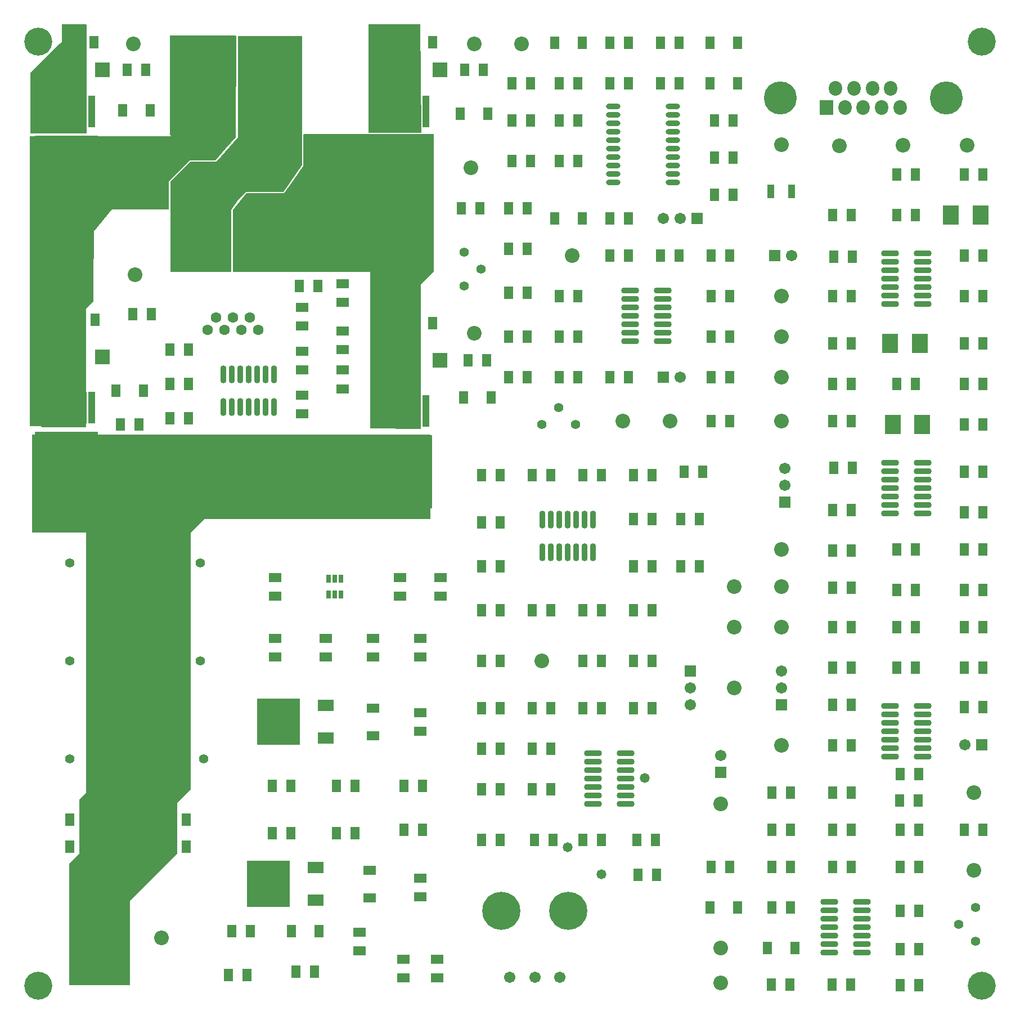
<source format=gts>
G04*
G04 #@! TF.GenerationSoftware,Altium Limited,Altium Designer,18.0.7 (293)*
G04*
G04 Layer_Color=8388736*
%FSLAX44Y44*%
%MOMM*%
G71*
G01*
G75*
%ADD35R,1.4732X1.9812*%
%ADD36R,0.7532X1.3032*%
%ADD37R,6.4262X6.9342*%
%ADD38R,2.4638X1.7272*%
%ADD39O,2.7032X0.9032*%
%ADD40O,0.9032X2.7032*%
%ADD41O,2.2032X0.8032*%
%ADD42R,1.0532X0.5032*%
%ADD43R,1.9812X1.4732*%
%ADD44R,9.6032X11.0032*%
%ADD45R,1.0032X4.8032*%
%ADD46R,1.3232X1.9232*%
%ADD47R,2.3622X2.9464*%
%ADD48R,1.9232X1.3232*%
%ADD49R,2.2032X2.2032*%
%ADD50O,2.0032X2.2032*%
%ADD51R,2.0032X2.2032*%
%ADD52C,4.9632*%
%ADD53C,2.2032*%
%ADD54C,1.4202*%
%ADD55R,3.9532X2.4532*%
%ADD56C,1.6032*%
%ADD57C,5.7232*%
%ADD58C,1.7032*%
%ADD59R,1.7032X1.7032*%
%ADD60R,1.7032X1.7032*%
%ADD61R,1.4032X1.4032*%
%ADD62C,1.4032*%
%ADD63C,4.2032*%
%ADD64C,0.8032*%
%ADD65C,1.4732*%
G36*
X616204Y1325372D02*
Y1322832D01*
X537210D01*
Y1486230D01*
X614786D01*
X616204Y1325372D01*
D02*
G37*
G36*
X112425Y1484895D02*
X112424Y1322070D01*
X28448Y1322070D01*
X27940Y1322578D01*
X27940Y1412240D01*
X38608Y1422908D01*
X71882Y1456182D01*
X75438Y1459738D01*
Y1485793D01*
X111527Y1485793D01*
X112425Y1484895D01*
D02*
G37*
G36*
X337818Y1467866D02*
X337818Y1467590D01*
X337566Y1315974D01*
X322326Y1298956D01*
X306324Y1281430D01*
X267716D01*
X236220Y1249172D01*
X236220Y1207770D01*
X151130D01*
X123832Y1174751D01*
X123698Y1160272D01*
X123190Y1105408D01*
X123190Y1069185D01*
X112092Y1058086D01*
Y880110D01*
X45212D01*
X44196Y881126D01*
X27178D01*
Y1317542D01*
X27686Y1317752D01*
X237061D01*
X238234Y1317752D01*
X239522Y1317752D01*
X239776Y1318006D01*
X238760Y1319022D01*
Y1319022D01*
X238760Y1319022D01*
X238506Y1320195D01*
Y1469136D01*
X336655D01*
X337818Y1467866D01*
D02*
G37*
G36*
X436880Y1274064D02*
X408813Y1233805D01*
X352679Y1233805D01*
X341503Y1222629D01*
X330200Y1206754D01*
Y1113028D01*
X238760D01*
Y1190498D01*
Y1249172D01*
X252603Y1263015D01*
X269293Y1279706D01*
X308665Y1279705D01*
X340360Y1315421D01*
X340360Y1468120D01*
X436880D01*
Y1274064D01*
D02*
G37*
G36*
X635000Y1320800D02*
Y1114044D01*
X632460Y1111504D01*
X615780Y1094825D01*
Y878228D01*
X614879Y877333D01*
X540004Y877824D01*
X539496Y878884D01*
Y1113028D01*
X332740D01*
Y1206668D01*
X352931Y1231771D01*
X366268Y1231771D01*
X380492Y1231771D01*
X409956Y1231770D01*
X423164Y1250950D01*
X438658Y1272286D01*
Y1300480D01*
Y1320155D01*
X439557Y1321053D01*
X635000Y1320800D01*
D02*
G37*
G36*
X629920Y741680D02*
X289560D01*
X269240Y721360D01*
Y335280D01*
X248920Y314960D01*
Y238760D01*
X187960Y177800D01*
X177800Y167640D01*
Y40640D01*
X86360D01*
Y223520D01*
X101600Y238760D01*
Y314960D01*
Y320040D01*
X111760Y330200D01*
Y721360D01*
X30480D01*
Y741680D01*
Y751840D01*
Y756920D01*
Y868680D01*
X629920D01*
Y741680D01*
D02*
G37*
D35*
X1263680Y218440D02*
D03*
X1235680D02*
D03*
X1263680Y274320D02*
D03*
X1235680D02*
D03*
X942140Y206580D02*
D03*
X970140D02*
D03*
X1365280Y274320D02*
D03*
X1337280D02*
D03*
X1336994Y358159D02*
D03*
X1364994D02*
D03*
X1364398Y318286D02*
D03*
X1336398D02*
D03*
X1433490Y458899D02*
D03*
X1461490D02*
D03*
X1337280Y152400D02*
D03*
X1365280D02*
D03*
X1364978Y95068D02*
D03*
X1336978D02*
D03*
X1461800Y274320D02*
D03*
X1433800D02*
D03*
X1337280Y218440D02*
D03*
X1365280D02*
D03*
X1144240Y274320D02*
D03*
X1172240D02*
D03*
X1360200Y518160D02*
D03*
X1332200D02*
D03*
X1235680Y401320D02*
D03*
X1263680D02*
D03*
Y518160D02*
D03*
X1235680D02*
D03*
X1143466Y41185D02*
D03*
X1171466D02*
D03*
X1336774Y40577D02*
D03*
X1364774D02*
D03*
X1234758Y41241D02*
D03*
X1262757D02*
D03*
X1263680Y579120D02*
D03*
X1235680D02*
D03*
X1172240Y218440D02*
D03*
X1144240D02*
D03*
X1052800D02*
D03*
X1080800D02*
D03*
X1332200Y1259840D02*
D03*
X1360200D02*
D03*
X1461800Y579120D02*
D03*
X1433800D02*
D03*
X1461800Y635000D02*
D03*
X1433800D02*
D03*
X1461800Y695960D02*
D03*
X1433800D02*
D03*
Y812800D02*
D03*
X1461800D02*
D03*
Y883920D02*
D03*
X1433800D02*
D03*
X1235680Y1076960D02*
D03*
X1263680D02*
D03*
Y1005840D02*
D03*
X1235680D02*
D03*
X1332200Y635000D02*
D03*
X1360200D02*
D03*
Y579120D02*
D03*
X1332200D02*
D03*
X1461800Y1005840D02*
D03*
X1433800D02*
D03*
X1360200Y944880D02*
D03*
X1332200D02*
D03*
X1235680Y889000D02*
D03*
X1263680D02*
D03*
X1235680Y755650D02*
D03*
X1263680D02*
D03*
X1332200Y1198880D02*
D03*
X1360200D02*
D03*
X1263680Y638810D02*
D03*
X1235680D02*
D03*
X887760Y807720D02*
D03*
X859760D02*
D03*
X963960D02*
D03*
X935960D02*
D03*
X735360D02*
D03*
X707360D02*
D03*
X963960Y741680D02*
D03*
X935960D02*
D03*
X811560Y807720D02*
D03*
X783560D02*
D03*
X963960Y604520D02*
D03*
X935960D02*
D03*
X735360Y528320D02*
D03*
X707360D02*
D03*
X935960Y670560D02*
D03*
X963960D02*
D03*
X735360Y604520D02*
D03*
X707360D02*
D03*
X1035080Y670560D02*
D03*
X1007080D02*
D03*
X887760Y604520D02*
D03*
X859760D02*
D03*
X735360Y736600D02*
D03*
X707360D02*
D03*
Y396240D02*
D03*
X735360D02*
D03*
X811560Y457200D02*
D03*
X783560D02*
D03*
X887760Y259080D02*
D03*
X859760D02*
D03*
X963960Y457200D02*
D03*
X935960D02*
D03*
X707360D02*
D03*
X735360D02*
D03*
X935960Y528320D02*
D03*
X963960D02*
D03*
X783560Y396240D02*
D03*
X811560D02*
D03*
X941040Y259080D02*
D03*
X969040D02*
D03*
X814608D02*
D03*
X786608D02*
D03*
X735360D02*
D03*
X707360D02*
D03*
X735360Y335280D02*
D03*
X707360D02*
D03*
X887760Y457200D02*
D03*
X859760D02*
D03*
X618520Y274320D02*
D03*
X590520D02*
D03*
X331440Y121920D02*
D03*
X359440D02*
D03*
X516920Y269240D02*
D03*
X488920D02*
D03*
X681960Y1417320D02*
D03*
X709960D02*
D03*
X201960D02*
D03*
X173960D02*
D03*
X687040Y980440D02*
D03*
X715040D02*
D03*
X191800Y883920D02*
D03*
X163800D02*
D03*
X605436Y1458692D02*
D03*
X633436D02*
D03*
X124013Y1458694D02*
D03*
X96013D02*
D03*
X1085880Y1285240D02*
D03*
X1057880D02*
D03*
X461040Y1092200D02*
D03*
X433040D02*
D03*
X209834Y1050036D02*
D03*
X181834D02*
D03*
X1004600Y1397000D02*
D03*
X976600D02*
D03*
X1004600Y1457960D02*
D03*
X976600D02*
D03*
X125760Y1041400D02*
D03*
X97760D02*
D03*
X605760Y1036320D02*
D03*
X633760D02*
D03*
X237998Y893318D02*
D03*
X265998D02*
D03*
X237998Y944880D02*
D03*
X265998D02*
D03*
X1052800Y1137920D02*
D03*
X1080800D02*
D03*
X1004600D02*
D03*
X976600D02*
D03*
X1012160Y812800D02*
D03*
X1040160D02*
D03*
X1080800Y889000D02*
D03*
X1052800D02*
D03*
X824200Y955040D02*
D03*
X852200D02*
D03*
X748000D02*
D03*
X776000D02*
D03*
X1052800D02*
D03*
X1080800D02*
D03*
X776000Y1209040D02*
D03*
X748000D02*
D03*
X900400Y955040D02*
D03*
X928400D02*
D03*
X776000Y1016000D02*
D03*
X748000D02*
D03*
X852200D02*
D03*
X824200D02*
D03*
X1080800D02*
D03*
X1052800D02*
D03*
X704880Y1209040D02*
D03*
X676880D02*
D03*
X427960Y60960D02*
D03*
X455960D02*
D03*
X1433800Y1259840D02*
D03*
X1461800D02*
D03*
X354360Y55880D02*
D03*
X326360D02*
D03*
X1172240Y157480D02*
D03*
X1144240D02*
D03*
X1263680Y462280D02*
D03*
X1235680D02*
D03*
X1172240Y330200D02*
D03*
X1144240D02*
D03*
X1263680D02*
D03*
X1235680D02*
D03*
X1264950Y1136650D02*
D03*
X1236950D02*
D03*
X1433800Y518160D02*
D03*
X1461800D02*
D03*
Y751840D02*
D03*
X1433800D02*
D03*
X1235680Y944880D02*
D03*
X1263680D02*
D03*
Y1198880D02*
D03*
X1235680D02*
D03*
X1264950Y819150D02*
D03*
X1236950D02*
D03*
X1461800Y1076960D02*
D03*
X1433800D02*
D03*
X1360200Y695960D02*
D03*
X1332200D02*
D03*
X1433800Y944880D02*
D03*
X1461800D02*
D03*
Y1137920D02*
D03*
X1433800D02*
D03*
X1263680Y694690D02*
D03*
X1235680D02*
D03*
X707360Y670560D02*
D03*
X735360D02*
D03*
X1035080Y741680D02*
D03*
X1007080D02*
D03*
X783560Y604520D02*
D03*
X811560D02*
D03*
X783560Y335280D02*
D03*
X811560D02*
D03*
X859760Y528320D02*
D03*
X887760D02*
D03*
X618520Y340360D02*
D03*
X590520D02*
D03*
X488920D02*
D03*
X516920D02*
D03*
X392400D02*
D03*
X420400D02*
D03*
X392400Y269240D02*
D03*
X420400D02*
D03*
X824200Y1076960D02*
D03*
X852200D02*
D03*
X262920Y248920D02*
D03*
X234920D02*
D03*
X262920Y289560D02*
D03*
X234920D02*
D03*
X87600D02*
D03*
X115600D02*
D03*
X87600Y248920D02*
D03*
X115600D02*
D03*
X900400Y1397000D02*
D03*
X928400D02*
D03*
X900400Y1457960D02*
D03*
X928400D02*
D03*
X1057880Y1341120D02*
D03*
X1085880D02*
D03*
X237998Y996442D02*
D03*
X265998D02*
D03*
X852200Y1280160D02*
D03*
X824200D02*
D03*
X852200Y1341120D02*
D03*
X824200D02*
D03*
X852200Y1397000D02*
D03*
X824200D02*
D03*
X753080Y1280160D02*
D03*
X781080D02*
D03*
X753080Y1341120D02*
D03*
X781080D02*
D03*
X753080Y1397000D02*
D03*
X781080D02*
D03*
X900400Y1193800D02*
D03*
X928400D02*
D03*
X900400Y1137920D02*
D03*
X928400D02*
D03*
X1057880Y1229360D02*
D03*
X1085880D02*
D03*
X1080800Y1076960D02*
D03*
X1052800D02*
D03*
X776000Y1082040D02*
D03*
X748000D02*
D03*
X776000Y1148080D02*
D03*
X748000D02*
D03*
D36*
X476910Y652080D02*
D03*
X495910D02*
D03*
X486410D02*
D03*
X476910Y628080D02*
D03*
X495910D02*
D03*
X486410D02*
D03*
D37*
X401320Y436880D02*
D03*
X386080Y193040D02*
D03*
D38*
X472948Y461518D02*
D03*
Y412242D02*
D03*
X457708Y217678D02*
D03*
Y168402D02*
D03*
D39*
X1230260Y166370D02*
D03*
Y153670D02*
D03*
Y140970D02*
D03*
Y128270D02*
D03*
Y115570D02*
D03*
Y102870D02*
D03*
Y90170D02*
D03*
X1279260Y166370D02*
D03*
Y153670D02*
D03*
Y140970D02*
D03*
Y128270D02*
D03*
Y115570D02*
D03*
Y102870D02*
D03*
Y90170D02*
D03*
X1321700Y461010D02*
D03*
Y448310D02*
D03*
Y435610D02*
D03*
Y422910D02*
D03*
Y410210D02*
D03*
Y397510D02*
D03*
Y384810D02*
D03*
X1370700Y461010D02*
D03*
Y448310D02*
D03*
Y435610D02*
D03*
Y422910D02*
D03*
Y410210D02*
D03*
Y397510D02*
D03*
Y384810D02*
D03*
X1321700Y826770D02*
D03*
Y814070D02*
D03*
Y801370D02*
D03*
Y788670D02*
D03*
Y775970D02*
D03*
Y763270D02*
D03*
Y750570D02*
D03*
X1370700Y826770D02*
D03*
Y814070D02*
D03*
Y801370D02*
D03*
Y788670D02*
D03*
Y775970D02*
D03*
Y763270D02*
D03*
Y750570D02*
D03*
X1321700Y1141730D02*
D03*
Y1129030D02*
D03*
Y1116330D02*
D03*
Y1103630D02*
D03*
Y1090930D02*
D03*
Y1078230D02*
D03*
Y1065530D02*
D03*
X1370700Y1141730D02*
D03*
Y1129030D02*
D03*
Y1116330D02*
D03*
Y1103630D02*
D03*
Y1090930D02*
D03*
Y1078230D02*
D03*
Y1065530D02*
D03*
X874660Y389890D02*
D03*
Y377190D02*
D03*
Y364490D02*
D03*
Y351790D02*
D03*
Y339090D02*
D03*
Y326390D02*
D03*
Y313690D02*
D03*
X923660Y389890D02*
D03*
Y377190D02*
D03*
Y364490D02*
D03*
Y351790D02*
D03*
Y339090D02*
D03*
Y326390D02*
D03*
Y313690D02*
D03*
X930540Y1085850D02*
D03*
Y1073150D02*
D03*
Y1060450D02*
D03*
Y1047750D02*
D03*
Y1035050D02*
D03*
Y1022350D02*
D03*
Y1009650D02*
D03*
X979540Y1085850D02*
D03*
Y1073150D02*
D03*
Y1060450D02*
D03*
Y1047750D02*
D03*
Y1035050D02*
D03*
Y1022350D02*
D03*
Y1009650D02*
D03*
D40*
X798830Y691780D02*
D03*
X811530D02*
D03*
X824230D02*
D03*
X836930D02*
D03*
X849630D02*
D03*
X862330D02*
D03*
X875030D02*
D03*
X798830Y740780D02*
D03*
X811530D02*
D03*
X824230D02*
D03*
X836930D02*
D03*
X849630D02*
D03*
X862330D02*
D03*
X875030D02*
D03*
X394970Y959220D02*
D03*
X382270D02*
D03*
X369570D02*
D03*
X356870D02*
D03*
X344170D02*
D03*
X331470D02*
D03*
X318770D02*
D03*
X394970Y910220D02*
D03*
X382270D02*
D03*
X369570D02*
D03*
X356870D02*
D03*
X344170D02*
D03*
X331470D02*
D03*
X318770D02*
D03*
D41*
X994960Y1248410D02*
D03*
Y1261110D02*
D03*
Y1273810D02*
D03*
Y1286510D02*
D03*
Y1299210D02*
D03*
Y1311910D02*
D03*
Y1324610D02*
D03*
Y1337310D02*
D03*
Y1350010D02*
D03*
Y1362710D02*
D03*
X904960Y1248410D02*
D03*
Y1261110D02*
D03*
Y1273810D02*
D03*
Y1286510D02*
D03*
Y1299210D02*
D03*
Y1311910D02*
D03*
Y1324610D02*
D03*
Y1337310D02*
D03*
Y1350010D02*
D03*
Y1362710D02*
D03*
D42*
X1142490Y1226940D02*
D03*
Y1231940D02*
D03*
Y1236940D02*
D03*
Y1241940D02*
D03*
X1173990D02*
D03*
Y1236940D02*
D03*
Y1231940D02*
D03*
Y1226940D02*
D03*
D43*
X614680Y562640D02*
D03*
Y534640D02*
D03*
X396240Y654080D02*
D03*
Y626080D02*
D03*
Y562640D02*
D03*
Y534640D02*
D03*
X497840Y1024920D02*
D03*
Y996920D02*
D03*
X436880Y900400D02*
D03*
Y928400D02*
D03*
Y966440D02*
D03*
Y994440D02*
D03*
X589280Y80040D02*
D03*
Y52040D02*
D03*
X640080D02*
D03*
Y80040D02*
D03*
X614680Y450880D02*
D03*
Y422880D02*
D03*
Y201960D02*
D03*
Y173960D02*
D03*
X645160Y626080D02*
D03*
Y654080D02*
D03*
X543560Y562640D02*
D03*
Y534640D02*
D03*
X584200Y654080D02*
D03*
Y626080D02*
D03*
X472440Y562640D02*
D03*
Y534640D02*
D03*
X523240Y92680D02*
D03*
Y120680D02*
D03*
X497840Y1068040D02*
D03*
Y1096040D02*
D03*
X498094Y965738D02*
D03*
Y937738D02*
D03*
X436880Y1032480D02*
D03*
Y1060480D02*
D03*
D44*
X82577Y1263650D02*
D03*
X585470D02*
D03*
X82546Y818030D02*
D03*
X585470Y812800D02*
D03*
D45*
X107977Y1355150D02*
D03*
X95277D02*
D03*
X69877D02*
D03*
X57177D02*
D03*
X44477D02*
D03*
X120677D02*
D03*
X610870D02*
D03*
X598170D02*
D03*
X572770D02*
D03*
X560070D02*
D03*
X547370D02*
D03*
X623570D02*
D03*
X107946Y909530D02*
D03*
X95246D02*
D03*
X69846D02*
D03*
X57146D02*
D03*
X44446D02*
D03*
X120646D02*
D03*
X610870Y904300D02*
D03*
X598170D02*
D03*
X572770D02*
D03*
X560070D02*
D03*
X547370D02*
D03*
X623570D02*
D03*
D46*
X1092630Y157480D02*
D03*
X1051130D02*
D03*
X1178990Y96520D02*
D03*
X1137490D02*
D03*
X462710Y121920D02*
D03*
X421210D02*
D03*
X716710Y1351280D02*
D03*
X675210D02*
D03*
X208710Y1356360D02*
D03*
X167210D02*
D03*
X721790Y924560D02*
D03*
X680290D02*
D03*
X198550Y934720D02*
D03*
X157050D02*
D03*
X1051130Y1397000D02*
D03*
X1092630D02*
D03*
Y1457960D02*
D03*
X1051130D02*
D03*
X858950D02*
D03*
X817450D02*
D03*
X858950Y1193800D02*
D03*
X817450D02*
D03*
D47*
X1370330Y883920D02*
D03*
X1325880D02*
D03*
X1322070Y1005840D02*
D03*
X1366520D02*
D03*
X1413510Y1198880D02*
D03*
X1457960D02*
D03*
D48*
X543560Y416130D02*
D03*
Y457630D02*
D03*
X538480Y172290D02*
D03*
Y213790D02*
D03*
D49*
X96840Y1417320D02*
D03*
X136840D02*
D03*
X604840D02*
D03*
X644840D02*
D03*
X96840Y985520D02*
D03*
X136840D02*
D03*
X604840Y980440D02*
D03*
X644840D02*
D03*
D50*
X1336839Y1361049D02*
D03*
X1322989Y1389449D02*
D03*
X1309139Y1361049D02*
D03*
X1295289Y1389449D02*
D03*
X1281439Y1361049D02*
D03*
X1267589Y1389449D02*
D03*
X1253739Y1361049D02*
D03*
X1239889Y1389449D02*
D03*
D51*
X1226039Y1361049D02*
D03*
D52*
X1156489Y1375249D02*
D03*
X1406389D02*
D03*
D53*
X1158055Y1304647D02*
D03*
X1447800Y213360D02*
D03*
Y330200D02*
D03*
X1066646Y44072D02*
D03*
X1066800Y96520D02*
D03*
X1087120Y579120D02*
D03*
X1158240Y401320D02*
D03*
X1341513Y1303699D02*
D03*
X1158240Y955040D02*
D03*
X1437571Y1304084D02*
D03*
X1158240Y640080D02*
D03*
Y889000D02*
D03*
X1066849Y313436D02*
D03*
X1158240Y695960D02*
D03*
X1087120Y487680D02*
D03*
X797560Y528320D02*
D03*
X1087120Y640080D02*
D03*
X696319Y1456427D02*
D03*
X182668Y1456696D02*
D03*
X695960Y1021080D02*
D03*
X185674Y1108964D02*
D03*
X53086Y1031494D02*
D03*
X1245438Y1303447D02*
D03*
X575564Y1119632D02*
D03*
X690880Y1270000D02*
D03*
X919480Y889000D02*
D03*
X767080Y1456352D02*
D03*
X843280Y1137920D02*
D03*
X1158240Y579120D02*
D03*
Y1076960D02*
D03*
Y1016000D02*
D03*
X990600Y889000D02*
D03*
X130200Y111760D02*
D03*
X225400D02*
D03*
X382880Y1391920D02*
D03*
X287680D02*
D03*
D54*
X1450949Y106508D02*
D03*
X1425549Y131908D02*
D03*
X1450949Y157308D02*
D03*
X797560Y883920D02*
D03*
X822960Y909320D02*
D03*
X848360Y883920D02*
D03*
X680720Y1143000D02*
D03*
X706120Y1117600D02*
D03*
X680720Y1092200D02*
D03*
D55*
X381740Y1143510D02*
D03*
Y1174510D02*
D03*
Y1205510D02*
D03*
X283740D02*
D03*
Y1174510D02*
D03*
Y1143510D02*
D03*
D56*
X294640Y1026160D02*
D03*
X307340Y1045210D02*
D03*
X320040Y1026160D02*
D03*
X332740Y1045210D02*
D03*
X345440Y1026160D02*
D03*
X358140Y1045210D02*
D03*
X370840Y1026160D02*
D03*
D57*
X837900Y152400D02*
D03*
X736900D02*
D03*
D58*
X824900Y52400D02*
D03*
X787400D02*
D03*
X749900D02*
D03*
X1066800Y386080D02*
D03*
X1434221Y401842D02*
D03*
X1021080Y462280D02*
D03*
Y487680D02*
D03*
X980440Y1193800D02*
D03*
X1005840D02*
D03*
X1173480Y1137920D02*
D03*
X1005840Y955040D02*
D03*
X1158240Y513080D02*
D03*
Y487680D02*
D03*
X1163320Y817880D02*
D03*
Y792480D02*
D03*
D59*
X1066800Y360680D02*
D03*
X1021080Y513080D02*
D03*
X1158240Y462280D02*
D03*
X1163320Y767080D02*
D03*
D60*
X1459621Y401842D02*
D03*
X1031240Y1193800D02*
D03*
X1148080Y1137920D02*
D03*
X980440Y955040D02*
D03*
D61*
X137160Y528320D02*
D03*
X233680D02*
D03*
X137160Y381000D02*
D03*
X238760D02*
D03*
X233680Y675640D02*
D03*
X137160D02*
D03*
D62*
X87160Y528320D02*
D03*
X283680D02*
D03*
X87160Y381000D02*
D03*
X288760D02*
D03*
X283680Y675640D02*
D03*
X87160D02*
D03*
D63*
X40000Y1460000D02*
D03*
X1460000D02*
D03*
Y40000D02*
D03*
X40000D02*
D03*
D64*
X620685Y747472D02*
D03*
X600685D02*
D03*
X580685D02*
D03*
X560685D02*
D03*
X530685Y847473D02*
D03*
Y807473D02*
D03*
Y767472D02*
D03*
X540685Y747472D02*
D03*
X510685Y847473D02*
D03*
X520685Y827473D02*
D03*
X510685Y807473D02*
D03*
X520685Y787472D02*
D03*
X510685Y767472D02*
D03*
X520685Y747472D02*
D03*
X490685Y847473D02*
D03*
X500685Y827473D02*
D03*
X490685Y807473D02*
D03*
X500685Y787472D02*
D03*
X490685Y767472D02*
D03*
X500685Y747472D02*
D03*
X470685Y847473D02*
D03*
X480685Y827473D02*
D03*
X470685Y807473D02*
D03*
X480685Y787472D02*
D03*
X470685Y767472D02*
D03*
X480685Y747472D02*
D03*
X450685Y847473D02*
D03*
X460685Y827473D02*
D03*
X450685Y807473D02*
D03*
X460685Y787472D02*
D03*
X450685Y767472D02*
D03*
X460685Y747472D02*
D03*
X430685Y847473D02*
D03*
X440685Y827473D02*
D03*
X430685Y807473D02*
D03*
X440685Y787472D02*
D03*
X430685Y767472D02*
D03*
X440685Y747472D02*
D03*
X410685Y847473D02*
D03*
X420685Y827473D02*
D03*
X410685Y807473D02*
D03*
X420685Y787472D02*
D03*
X410685Y767472D02*
D03*
X420685Y747472D02*
D03*
X390685Y847473D02*
D03*
X400685Y827473D02*
D03*
X390685Y807473D02*
D03*
X400685Y787472D02*
D03*
X390685Y767472D02*
D03*
X400685Y747472D02*
D03*
X370685Y847473D02*
D03*
X380685Y827473D02*
D03*
X370685Y807473D02*
D03*
X380685Y787472D02*
D03*
X370685Y767472D02*
D03*
X380685Y747472D02*
D03*
X350685Y847473D02*
D03*
X360685Y827473D02*
D03*
X350685Y807473D02*
D03*
X360685Y787472D02*
D03*
X350685Y767472D02*
D03*
X360685Y747472D02*
D03*
X330685Y847473D02*
D03*
X340685Y827473D02*
D03*
X330685Y807473D02*
D03*
X340685Y787472D02*
D03*
X330685Y767472D02*
D03*
X340685Y747472D02*
D03*
X310685Y847473D02*
D03*
X320685Y827473D02*
D03*
X310685Y807473D02*
D03*
X320685Y787472D02*
D03*
X310685Y767472D02*
D03*
X320685Y747472D02*
D03*
X290685Y847473D02*
D03*
X300685Y827473D02*
D03*
X290685Y807473D02*
D03*
X300685Y787472D02*
D03*
X290685Y767472D02*
D03*
X300685Y747472D02*
D03*
X270685Y847473D02*
D03*
X280685Y827473D02*
D03*
X270685Y807473D02*
D03*
X280685Y787472D02*
D03*
X270685Y767472D02*
D03*
X280685Y747472D02*
D03*
X270685Y727472D02*
D03*
X250685Y847473D02*
D03*
X260685Y827473D02*
D03*
X250685Y807473D02*
D03*
X260685Y787472D02*
D03*
X250685Y767472D02*
D03*
X260685Y747472D02*
D03*
X250685Y727472D02*
D03*
X260685Y707472D02*
D03*
X250685Y687472D02*
D03*
X260685Y667472D02*
D03*
X250685Y647472D02*
D03*
X260685Y627472D02*
D03*
X250685Y607472D02*
D03*
X260685Y587472D02*
D03*
X250685Y567472D02*
D03*
X260685Y547472D02*
D03*
X250685Y527472D02*
D03*
X260685Y507472D02*
D03*
X250685Y487472D02*
D03*
X260685Y467472D02*
D03*
X250685Y447472D02*
D03*
X260685Y427472D02*
D03*
X250685Y407472D02*
D03*
X260685Y387472D02*
D03*
X250685Y367472D02*
D03*
X260685Y347472D02*
D03*
X250685Y327472D02*
D03*
X230685Y847473D02*
D03*
X240685Y827473D02*
D03*
X230685Y807473D02*
D03*
X240685Y787472D02*
D03*
X230685Y767472D02*
D03*
X240685Y747472D02*
D03*
X230685Y727472D02*
D03*
X240685Y707472D02*
D03*
X230685Y687472D02*
D03*
Y647472D02*
D03*
X240685Y627472D02*
D03*
X230685Y607472D02*
D03*
X240685Y587472D02*
D03*
X230685Y567472D02*
D03*
X240685Y547472D02*
D03*
Y507472D02*
D03*
X230685Y487472D02*
D03*
X240685Y467472D02*
D03*
X230685Y447472D02*
D03*
X240685Y427472D02*
D03*
X230685Y407472D02*
D03*
Y367472D02*
D03*
X240685Y347472D02*
D03*
X230685Y327472D02*
D03*
X240685Y307472D02*
D03*
Y267472D02*
D03*
X210685Y847473D02*
D03*
X220685Y827473D02*
D03*
X210685Y807473D02*
D03*
X220685Y787472D02*
D03*
X210685Y767472D02*
D03*
X220685Y747472D02*
D03*
X210685Y727472D02*
D03*
X220685Y707472D02*
D03*
X210685Y687472D02*
D03*
X220685Y667472D02*
D03*
X210685Y647472D02*
D03*
X220685Y627472D02*
D03*
X210685Y607472D02*
D03*
X220685Y587472D02*
D03*
X210685Y567472D02*
D03*
X220685Y547472D02*
D03*
X210685Y527472D02*
D03*
X220685Y507472D02*
D03*
X210685Y487472D02*
D03*
X220685Y467472D02*
D03*
X210685Y447472D02*
D03*
X220685Y427472D02*
D03*
X210685Y407472D02*
D03*
X220685Y387472D02*
D03*
X210685Y367472D02*
D03*
X220685Y347472D02*
D03*
X210685Y327472D02*
D03*
X220685Y307472D02*
D03*
X210685Y287472D02*
D03*
X220685Y267472D02*
D03*
X210685Y247472D02*
D03*
X220685Y227472D02*
D03*
X210685Y207472D02*
D03*
X190685Y847473D02*
D03*
X200685Y827473D02*
D03*
X190685Y807473D02*
D03*
X200685Y787472D02*
D03*
X190685Y767472D02*
D03*
X200685Y747472D02*
D03*
X190685Y727472D02*
D03*
X200685Y707472D02*
D03*
X190685Y687472D02*
D03*
X200685Y667472D02*
D03*
X190685Y647472D02*
D03*
X200685Y627472D02*
D03*
X190685Y607472D02*
D03*
X200685Y587472D02*
D03*
X190685Y567472D02*
D03*
X200685Y547472D02*
D03*
X190685Y527472D02*
D03*
X200685Y507472D02*
D03*
X190685Y487472D02*
D03*
X200685Y467472D02*
D03*
X190685Y447472D02*
D03*
X200685Y427472D02*
D03*
X190685Y407472D02*
D03*
X200685Y387472D02*
D03*
X190685Y367472D02*
D03*
X200685Y347472D02*
D03*
X190685Y327472D02*
D03*
X200685Y307472D02*
D03*
X190685Y287472D02*
D03*
X200685Y267472D02*
D03*
X190685Y247472D02*
D03*
X200685Y227472D02*
D03*
X190685Y207472D02*
D03*
X170685Y847473D02*
D03*
X180685Y827473D02*
D03*
X170685Y807473D02*
D03*
X180685Y787472D02*
D03*
X170685Y767472D02*
D03*
X180685Y747472D02*
D03*
X170685Y727472D02*
D03*
X180685Y707472D02*
D03*
X170685Y687472D02*
D03*
X180685Y667472D02*
D03*
X170685Y647472D02*
D03*
X180685Y627472D02*
D03*
X170685Y607472D02*
D03*
X180685Y587472D02*
D03*
X170685Y567472D02*
D03*
X180685Y547472D02*
D03*
X170685Y527472D02*
D03*
X180685Y507472D02*
D03*
X170685Y487472D02*
D03*
X180685Y467472D02*
D03*
X170685Y447472D02*
D03*
X180685Y427472D02*
D03*
X170685Y407472D02*
D03*
X180685Y387472D02*
D03*
X170685Y367472D02*
D03*
X180685Y347472D02*
D03*
X170685Y327472D02*
D03*
X180685Y307472D02*
D03*
X170685Y287472D02*
D03*
X180685Y267472D02*
D03*
X170685Y247472D02*
D03*
X180685Y227472D02*
D03*
X170685Y207472D02*
D03*
X180685Y187472D02*
D03*
X170685Y167472D02*
D03*
Y127472D02*
D03*
Y87472D02*
D03*
Y47472D02*
D03*
X150685Y847473D02*
D03*
X160685Y827473D02*
D03*
X150685Y807473D02*
D03*
X160685Y787472D02*
D03*
X150685Y767472D02*
D03*
X160685Y747472D02*
D03*
X150685Y727472D02*
D03*
X160685Y707472D02*
D03*
X150685Y687472D02*
D03*
X160685Y667472D02*
D03*
X150685Y647472D02*
D03*
X160685Y627472D02*
D03*
X150685Y607472D02*
D03*
X160685Y587472D02*
D03*
X150685Y567472D02*
D03*
X160685Y547472D02*
D03*
X150685Y527472D02*
D03*
X160685Y507472D02*
D03*
X150685Y487472D02*
D03*
X160685Y467472D02*
D03*
X150685Y447472D02*
D03*
X160685Y427472D02*
D03*
X150685Y407472D02*
D03*
X160685Y387472D02*
D03*
X150685Y367472D02*
D03*
X160685Y347472D02*
D03*
X150685Y327472D02*
D03*
X160685Y307472D02*
D03*
X150685Y287472D02*
D03*
X160685Y267472D02*
D03*
X150685Y247472D02*
D03*
X160685Y227472D02*
D03*
X150685Y207472D02*
D03*
X160685Y187472D02*
D03*
X150685Y167472D02*
D03*
X160685Y147472D02*
D03*
X150685Y127472D02*
D03*
X160685Y107472D02*
D03*
X150685Y87472D02*
D03*
X160685Y67472D02*
D03*
X150685Y47472D02*
D03*
X140685Y827473D02*
D03*
Y787472D02*
D03*
Y747472D02*
D03*
X130685Y727472D02*
D03*
X140685Y707472D02*
D03*
X130685Y687472D02*
D03*
Y647472D02*
D03*
X140685Y627472D02*
D03*
X130685Y607472D02*
D03*
X140685Y587472D02*
D03*
X130685Y567472D02*
D03*
X140685Y547472D02*
D03*
Y507472D02*
D03*
X130685Y487472D02*
D03*
X140685Y467472D02*
D03*
X130685Y447472D02*
D03*
X140685Y427472D02*
D03*
X130685Y407472D02*
D03*
Y367472D02*
D03*
X140685Y347472D02*
D03*
X130685Y327472D02*
D03*
X140685Y307472D02*
D03*
X130685Y287472D02*
D03*
X140685Y267472D02*
D03*
X130685Y247472D02*
D03*
X140685Y227472D02*
D03*
X130685Y207472D02*
D03*
X140685Y187472D02*
D03*
X130685Y167472D02*
D03*
X140685Y147472D02*
D03*
X130685Y127472D02*
D03*
Y87472D02*
D03*
X140685Y67472D02*
D03*
X130685Y47472D02*
D03*
X120685Y747472D02*
D03*
X110685Y727472D02*
D03*
X120685Y707472D02*
D03*
Y667472D02*
D03*
Y627472D02*
D03*
Y587472D02*
D03*
Y547472D02*
D03*
Y507472D02*
D03*
Y467472D02*
D03*
Y427472D02*
D03*
Y387472D02*
D03*
Y347472D02*
D03*
Y307472D02*
D03*
Y267472D02*
D03*
Y227472D02*
D03*
X110685Y207472D02*
D03*
X120685Y187472D02*
D03*
X110685Y167472D02*
D03*
X120685Y147472D02*
D03*
X110685Y127472D02*
D03*
Y87472D02*
D03*
X120685Y67472D02*
D03*
X110685Y47472D02*
D03*
X100685Y747472D02*
D03*
X90685Y727472D02*
D03*
X100685Y227472D02*
D03*
X90685Y207472D02*
D03*
X100685Y187472D02*
D03*
X90685Y167472D02*
D03*
X100685Y147472D02*
D03*
X90685Y127472D02*
D03*
X100685Y107472D02*
D03*
X90685Y87472D02*
D03*
X100685Y67472D02*
D03*
X90685Y47472D02*
D03*
X80685Y747472D02*
D03*
X70685Y727472D02*
D03*
X60685Y747472D02*
D03*
X50685Y727472D02*
D03*
D65*
X887714Y207761D02*
D03*
X836501Y247894D02*
D03*
X952500Y352044D02*
D03*
M02*

</source>
